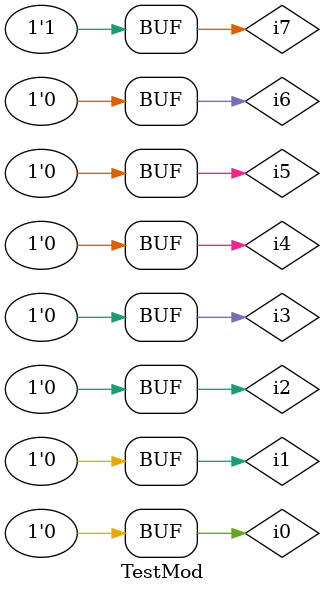
<source format=v>

module EncoderMod(i0, i1, i2, i3, i4, i5, i6, i7, o2, o1, o0);
    input i0, i1, i2, i3, i4, i5, i6, i7;
    output o2, o1, o0;

    or(o2, i4, i5, i6, i7);
    or(o1, i2, i3, i6, i7);
    or(o0, i1, i3, i5, i7);
endmodule

module TestMod;
    reg i0, i1, i2, i3, i4, i5, i6, i7;
    wire o2, o1, o0;

    EncoderMod my_encoder(i0, i1, i2, i3, i4, i5, i6, i7, o2, o1, o0);

    initial begin
        $display("Time  i0  i1  i2  i3  i4  i5  i6  i7   o2  o1  o0");
        $display("----  ------------------------------   ----------");
        $monitor("   %0d   %b   %b   %b   %b   %b   %b   %b   %b    %b   %b   %b",
            $time, i0, i1, i2, i3, i4, i5, i6, i7, o2, o1, o0);
    end

    initial begin
        i0 = 1; i1 = 0; i2 = 0; i3 = 0; i4 = 0; i5 = 0; i6 = 0; i7 = 0;   // initially 1000
        #1;                                                               // wait 1 cycle
        i0 = 0; i1 = 1; i2 = 0; i3 = 0; i4 = 0; i5 = 0; i6 = 0; i7 = 0;   // initially 1000
        #1;                                                               // wait 1 cycle
        i0 = 0; i1 = 0; i2 = 1; i3 = 0; i4 = 0; i5 = 0; i6 = 0; i7 = 0;   // initially 1000
        #1;                                                               // wait 1 cycle
        i0 = 0; i1 = 0; i2 = 0; i3 = 1; i4 = 0; i5 = 0; i6 = 0; i7 = 0;   // initially 1000
        #1;                                                               // wait 1 cycle
        i0 = 0; i1 = 0; i2 = 0; i3 = 0; i4 = 1; i5 = 0; i6 = 0; i7 = 0;   // initially 1000
        #1;                                                               // wait 1 cycle
        i0 = 0; i1 = 0; i2 = 0; i3 = 0; i4 = 0; i5 = 1; i6 = 0; i7 = 0;   // initially 1000
        #1;                                                               // wait 1 cycle
        i0 = 0; i1 = 0; i2 = 0; i3 = 0; i4 = 0; i5 = 0; i6 = 1; i7 = 0;   // initially 1000
        #1;                                                               // wait 1 cycle
        i0 = 0; i1 = 0; i2 = 0; i3 = 0; i4 = 0; i5 = 0; i6 = 0; i7 = 1;   // initially 1000
    end

endmodule
</source>
